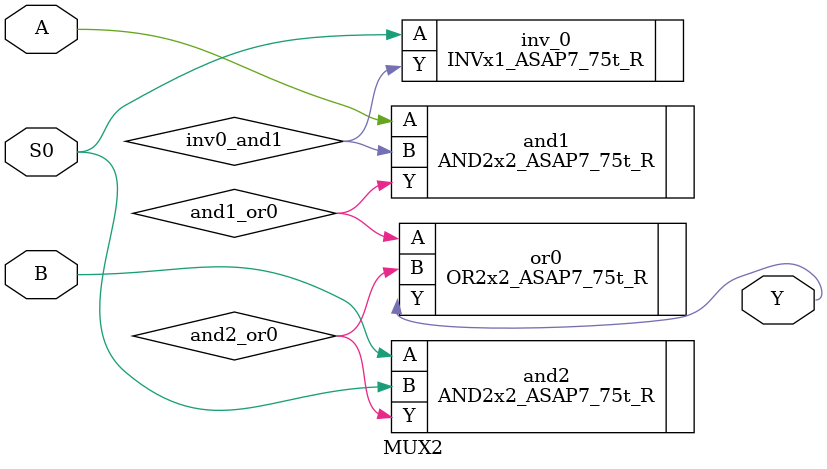
<source format=v>
module MUX2(
    input [0:0] A,   // Data input 0
    input [0:0] B,   // Data input 1
    input [0:0] S0,  // Select port
    output [0:0] Y   // Data output
);

    wire inv0_and1;
    wire and1_or0;
    wire and2_or0;

    INVx1_ASAP7_75t_R inv_0 (.Y(inv0_and1), .A(S0));
    AND2x2_ASAP7_75t_R and1 (.Y(and1_or0), .A(A), .B(inv0_and1));
    AND2x2_ASAP7_75t_R and2 (.Y(and2_or0), .A(B), .B(S0));
    OR2x2_ASAP7_75t_R or0 (.Y(Y), .A(and1_or0), .B(and2_or0));

endmodule

</source>
